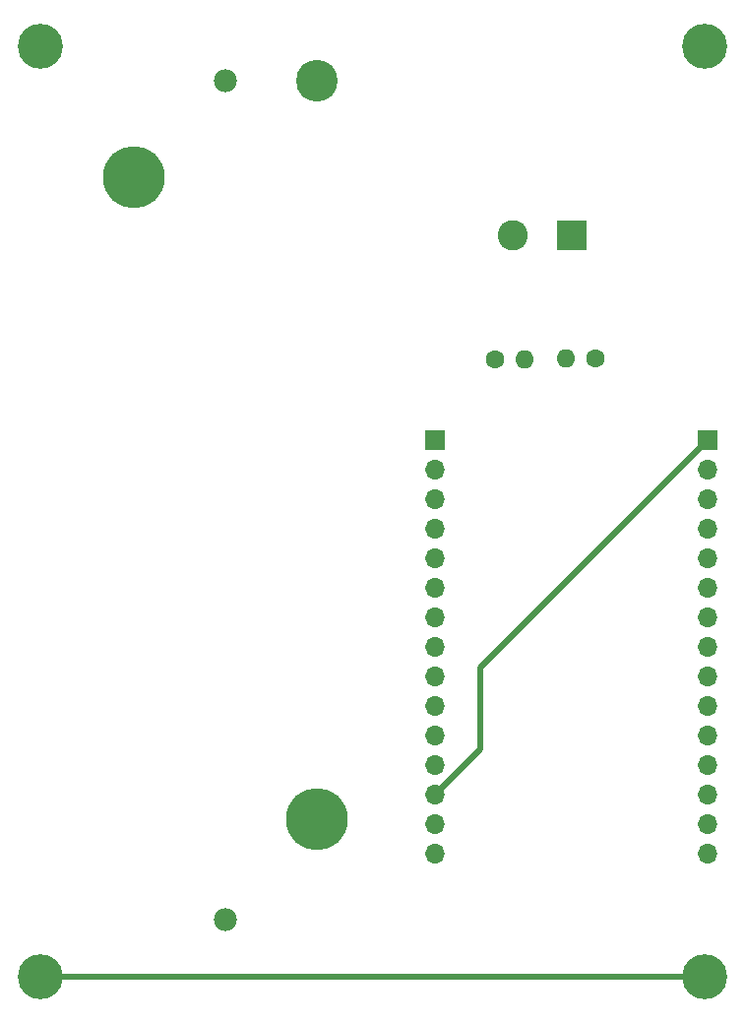
<source format=gbr>
%TF.GenerationSoftware,KiCad,Pcbnew,(6.0.0)*%
%TF.CreationDate,2022-04-22T11:48:44-07:00*%
%TF.ProjectId,Garden-Soil-MoistureSensor-Minimal,47617264-656e-42d5-936f-696c2d4d6f69,rev?*%
%TF.SameCoordinates,Original*%
%TF.FileFunction,Copper,L2,Bot*%
%TF.FilePolarity,Positive*%
%FSLAX46Y46*%
G04 Gerber Fmt 4.6, Leading zero omitted, Abs format (unit mm)*
G04 Created by KiCad (PCBNEW (6.0.0)) date 2022-04-22 11:48:44*
%MOMM*%
%LPD*%
G01*
G04 APERTURE LIST*
%TA.AperFunction,ComponentPad*%
%ADD10R,1.700000X1.700000*%
%TD*%
%TA.AperFunction,ComponentPad*%
%ADD11O,1.700000X1.700000*%
%TD*%
%TA.AperFunction,ComponentPad*%
%ADD12C,1.600000*%
%TD*%
%TA.AperFunction,ComponentPad*%
%ADD13O,1.600000X1.600000*%
%TD*%
%TA.AperFunction,ComponentPad*%
%ADD14R,2.600000X2.600000*%
%TD*%
%TA.AperFunction,ComponentPad*%
%ADD15C,2.600000*%
%TD*%
%TA.AperFunction,ComponentPad*%
%ADD16C,1.980000*%
%TD*%
%TA.AperFunction,ComponentPad*%
%ADD17C,5.325000*%
%TD*%
%TA.AperFunction,ComponentPad*%
%ADD18C,3.585000*%
%TD*%
%TA.AperFunction,ViaPad*%
%ADD19C,3.873600*%
%TD*%
%TA.AperFunction,Conductor*%
%ADD20C,0.508000*%
%TD*%
G04 APERTURE END LIST*
D10*
%TO.P,J2,1,Pin_1*%
%TO.N,DO*%
X174909169Y-87843538D03*
D11*
%TO.P,J2,2,Pin_2*%
%TO.N,D1*%
X174909169Y-90383538D03*
%TO.P,J2,3,Pin_3*%
%TO.N,D2*%
X174909169Y-92923538D03*
%TO.P,J2,4,Pin_4*%
%TO.N,D3*%
X174909169Y-95463538D03*
%TO.P,J2,5,Pin_5*%
%TO.N,D4*%
X174909169Y-98003538D03*
%TO.P,J2,6,Pin_6*%
%TO.N,3V#1*%
X174909169Y-100543538D03*
%TO.P,J2,7,Pin_7*%
%TO.N,GND*%
X174909169Y-103083538D03*
%TO.P,J2,8,Pin_8*%
%TO.N,D5*%
X174909169Y-105623538D03*
%TO.P,J2,9,Pin_9*%
%TO.N,D6*%
X174909169Y-108163538D03*
%TO.P,J2,10,Pin_10*%
%TO.N,D7*%
X174909169Y-110703538D03*
%TO.P,J2,11,Pin_11*%
%TO.N,D8*%
X174909169Y-113243538D03*
%TO.P,J2,12,Pin_12*%
%TO.N,RX*%
X174909169Y-115783538D03*
%TO.P,J2,13,Pin_13*%
%TO.N,TX*%
X174909169Y-118323538D03*
%TO.P,J2,14,Pin_14*%
%TO.N,GND*%
X174909169Y-120863538D03*
%TO.P,J2,15,Pin_15*%
%TO.N,3V#2*%
X174909169Y-123403538D03*
%TD*%
D12*
%TO.P,R2,1*%
%TO.N,D3*%
X165273403Y-80822193D03*
D13*
%TO.P,R2,2*%
%TO.N,Net-(R2-Pad2)*%
X162733403Y-80822193D03*
%TD*%
D12*
%TO.P,R1,1*%
%TO.N,A0*%
X156610887Y-80886404D03*
D13*
%TO.P,R1,2*%
%TO.N,GND*%
X159150887Y-80886404D03*
%TD*%
D14*
%TO.P,J3,1,Pin_1*%
%TO.N,Net-(R2-Pad2)*%
X163229139Y-70164314D03*
D15*
%TO.P,J3,2,Pin_2*%
%TO.N,A0*%
X158149139Y-70164314D03*
%TD*%
D10*
%TO.P,J1,1,Pin_1*%
%TO.N,A0*%
X151414169Y-87843538D03*
D11*
%TO.P,J1,2,Pin_2*%
%TO.N,RSV1*%
X151414169Y-90383538D03*
%TO.P,J1,3,Pin_3*%
%TO.N,RSV2*%
X151414169Y-92923538D03*
%TO.P,J1,4,Pin_4*%
%TO.N,SD3*%
X151414169Y-95463538D03*
%TO.P,J1,5,Pin_5*%
%TO.N,SD2*%
X151414169Y-98003538D03*
%TO.P,J1,6,Pin_6*%
%TO.N,SD1*%
X151414169Y-100543538D03*
%TO.P,J1,7,Pin_7*%
%TO.N,CMD*%
X151414169Y-103083538D03*
%TO.P,J1,8,Pin_8*%
%TO.N,SDO*%
X151414169Y-105623538D03*
%TO.P,J1,9,Pin_9*%
%TO.N,CLK*%
X151414169Y-108163538D03*
%TO.P,J1,10,Pin_10*%
%TO.N,GND*%
X151414169Y-110703538D03*
%TO.P,J1,11,Pin_11*%
%TO.N,3V#3*%
X151414169Y-113243538D03*
%TO.P,J1,12,Pin_12*%
%TO.N,EN*%
X151414169Y-115783538D03*
%TO.P,J1,13,Pin_13*%
%TO.N,DO*%
X151414169Y-118323538D03*
%TO.P,J1,14,Pin_14*%
%TO.N,GND*%
X151414169Y-120863538D03*
%TO.P,J1,15,Pin_15*%
%TO.N,VIN*%
X151414169Y-123403538D03*
%TD*%
D16*
%TO.P,U1,1,+*%
%TO.N,VIN*%
X133410944Y-129084219D03*
%TO.P,U1,2,-*%
%TO.N,GND*%
X133410944Y-56884219D03*
D17*
%TO.P,U1,MH1,MH1*%
%TO.N,VIN*%
X141280944Y-120444219D03*
D18*
%TO.P,U1,MH2,MH2*%
%TO.N,GND*%
X141280944Y-56884219D03*
D17*
%TO.P,U1,MH3,MH3*%
X125540944Y-65244219D03*
%TD*%
D19*
%TO.N,GND*%
X174625000Y-133985000D03*
X174625000Y-53975000D03*
X117475000Y-53975000D03*
X117475000Y-133985000D03*
%TD*%
D20*
%TO.N,GND*%
X117475000Y-133985000D02*
X174625000Y-133985000D01*
%TO.N,DO*%
X155345537Y-107407170D02*
X155345537Y-114392170D01*
X155345537Y-114392170D02*
X151414169Y-118323538D01*
X174909169Y-87843538D02*
X155345537Y-107407170D01*
%TD*%
M02*

</source>
